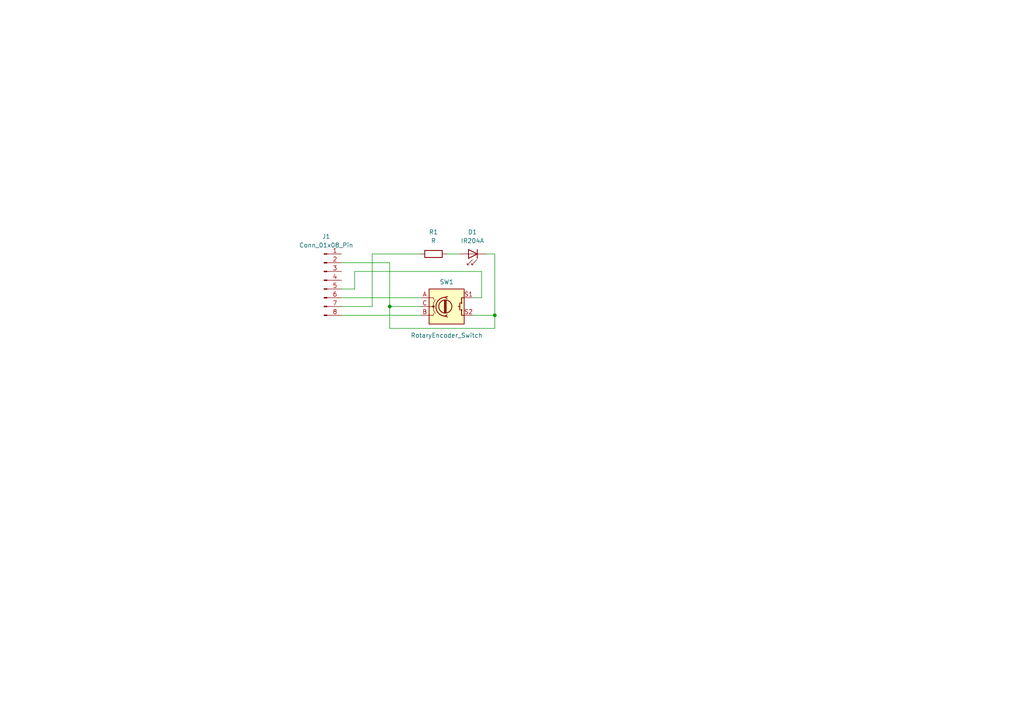
<source format=kicad_sch>
(kicad_sch
	(version 20250114)
	(generator "eeschema")
	(generator_version "9.0")
	(uuid "e4a823b0-651d-499b-8114-7e54a79a5340")
	(paper "A4")
	(lib_symbols
		(symbol "Connector:Conn_01x08_Pin"
			(pin_names
				(offset 1.016)
				(hide yes)
			)
			(exclude_from_sim no)
			(in_bom yes)
			(on_board yes)
			(property "Reference" "J"
				(at 0 10.16 0)
				(effects
					(font
						(size 1.27 1.27)
					)
				)
			)
			(property "Value" "Conn_01x08_Pin"
				(at 0 -12.7 0)
				(effects
					(font
						(size 1.27 1.27)
					)
				)
			)
			(property "Footprint" ""
				(at 0 0 0)
				(effects
					(font
						(size 1.27 1.27)
					)
					(hide yes)
				)
			)
			(property "Datasheet" "~"
				(at 0 0 0)
				(effects
					(font
						(size 1.27 1.27)
					)
					(hide yes)
				)
			)
			(property "Description" "Generic connector, single row, 01x08, script generated"
				(at 0 0 0)
				(effects
					(font
						(size 1.27 1.27)
					)
					(hide yes)
				)
			)
			(property "ki_locked" ""
				(at 0 0 0)
				(effects
					(font
						(size 1.27 1.27)
					)
				)
			)
			(property "ki_keywords" "connector"
				(at 0 0 0)
				(effects
					(font
						(size 1.27 1.27)
					)
					(hide yes)
				)
			)
			(property "ki_fp_filters" "Connector*:*_1x??_*"
				(at 0 0 0)
				(effects
					(font
						(size 1.27 1.27)
					)
					(hide yes)
				)
			)
			(symbol "Conn_01x08_Pin_1_1"
				(rectangle
					(start 0.8636 7.747)
					(end 0 7.493)
					(stroke
						(width 0.1524)
						(type default)
					)
					(fill
						(type outline)
					)
				)
				(rectangle
					(start 0.8636 5.207)
					(end 0 4.953)
					(stroke
						(width 0.1524)
						(type default)
					)
					(fill
						(type outline)
					)
				)
				(rectangle
					(start 0.8636 2.667)
					(end 0 2.413)
					(stroke
						(width 0.1524)
						(type default)
					)
					(fill
						(type outline)
					)
				)
				(rectangle
					(start 0.8636 0.127)
					(end 0 -0.127)
					(stroke
						(width 0.1524)
						(type default)
					)
					(fill
						(type outline)
					)
				)
				(rectangle
					(start 0.8636 -2.413)
					(end 0 -2.667)
					(stroke
						(width 0.1524)
						(type default)
					)
					(fill
						(type outline)
					)
				)
				(rectangle
					(start 0.8636 -4.953)
					(end 0 -5.207)
					(stroke
						(width 0.1524)
						(type default)
					)
					(fill
						(type outline)
					)
				)
				(rectangle
					(start 0.8636 -7.493)
					(end 0 -7.747)
					(stroke
						(width 0.1524)
						(type default)
					)
					(fill
						(type outline)
					)
				)
				(rectangle
					(start 0.8636 -10.033)
					(end 0 -10.287)
					(stroke
						(width 0.1524)
						(type default)
					)
					(fill
						(type outline)
					)
				)
				(polyline
					(pts
						(xy 1.27 7.62) (xy 0.8636 7.62)
					)
					(stroke
						(width 0.1524)
						(type default)
					)
					(fill
						(type none)
					)
				)
				(polyline
					(pts
						(xy 1.27 5.08) (xy 0.8636 5.08)
					)
					(stroke
						(width 0.1524)
						(type default)
					)
					(fill
						(type none)
					)
				)
				(polyline
					(pts
						(xy 1.27 2.54) (xy 0.8636 2.54)
					)
					(stroke
						(width 0.1524)
						(type default)
					)
					(fill
						(type none)
					)
				)
				(polyline
					(pts
						(xy 1.27 0) (xy 0.8636 0)
					)
					(stroke
						(width 0.1524)
						(type default)
					)
					(fill
						(type none)
					)
				)
				(polyline
					(pts
						(xy 1.27 -2.54) (xy 0.8636 -2.54)
					)
					(stroke
						(width 0.1524)
						(type default)
					)
					(fill
						(type none)
					)
				)
				(polyline
					(pts
						(xy 1.27 -5.08) (xy 0.8636 -5.08)
					)
					(stroke
						(width 0.1524)
						(type default)
					)
					(fill
						(type none)
					)
				)
				(polyline
					(pts
						(xy 1.27 -7.62) (xy 0.8636 -7.62)
					)
					(stroke
						(width 0.1524)
						(type default)
					)
					(fill
						(type none)
					)
				)
				(polyline
					(pts
						(xy 1.27 -10.16) (xy 0.8636 -10.16)
					)
					(stroke
						(width 0.1524)
						(type default)
					)
					(fill
						(type none)
					)
				)
				(pin passive line
					(at 5.08 7.62 180)
					(length 3.81)
					(name "Pin_1"
						(effects
							(font
								(size 1.27 1.27)
							)
						)
					)
					(number "1"
						(effects
							(font
								(size 1.27 1.27)
							)
						)
					)
				)
				(pin passive line
					(at 5.08 5.08 180)
					(length 3.81)
					(name "Pin_2"
						(effects
							(font
								(size 1.27 1.27)
							)
						)
					)
					(number "2"
						(effects
							(font
								(size 1.27 1.27)
							)
						)
					)
				)
				(pin passive line
					(at 5.08 2.54 180)
					(length 3.81)
					(name "Pin_3"
						(effects
							(font
								(size 1.27 1.27)
							)
						)
					)
					(number "3"
						(effects
							(font
								(size 1.27 1.27)
							)
						)
					)
				)
				(pin passive line
					(at 5.08 0 180)
					(length 3.81)
					(name "Pin_4"
						(effects
							(font
								(size 1.27 1.27)
							)
						)
					)
					(number "4"
						(effects
							(font
								(size 1.27 1.27)
							)
						)
					)
				)
				(pin passive line
					(at 5.08 -2.54 180)
					(length 3.81)
					(name "Pin_5"
						(effects
							(font
								(size 1.27 1.27)
							)
						)
					)
					(number "5"
						(effects
							(font
								(size 1.27 1.27)
							)
						)
					)
				)
				(pin passive line
					(at 5.08 -5.08 180)
					(length 3.81)
					(name "Pin_6"
						(effects
							(font
								(size 1.27 1.27)
							)
						)
					)
					(number "6"
						(effects
							(font
								(size 1.27 1.27)
							)
						)
					)
				)
				(pin passive line
					(at 5.08 -7.62 180)
					(length 3.81)
					(name "Pin_7"
						(effects
							(font
								(size 1.27 1.27)
							)
						)
					)
					(number "7"
						(effects
							(font
								(size 1.27 1.27)
							)
						)
					)
				)
				(pin passive line
					(at 5.08 -10.16 180)
					(length 3.81)
					(name "Pin_8"
						(effects
							(font
								(size 1.27 1.27)
							)
						)
					)
					(number "8"
						(effects
							(font
								(size 1.27 1.27)
							)
						)
					)
				)
			)
			(embedded_fonts no)
		)
		(symbol "Device:R"
			(pin_numbers
				(hide yes)
			)
			(pin_names
				(offset 0)
			)
			(exclude_from_sim no)
			(in_bom yes)
			(on_board yes)
			(property "Reference" "R"
				(at 2.032 0 90)
				(effects
					(font
						(size 1.27 1.27)
					)
				)
			)
			(property "Value" "R"
				(at 0 0 90)
				(effects
					(font
						(size 1.27 1.27)
					)
				)
			)
			(property "Footprint" ""
				(at -1.778 0 90)
				(effects
					(font
						(size 1.27 1.27)
					)
					(hide yes)
				)
			)
			(property "Datasheet" "~"
				(at 0 0 0)
				(effects
					(font
						(size 1.27 1.27)
					)
					(hide yes)
				)
			)
			(property "Description" "Resistor"
				(at 0 0 0)
				(effects
					(font
						(size 1.27 1.27)
					)
					(hide yes)
				)
			)
			(property "ki_keywords" "R res resistor"
				(at 0 0 0)
				(effects
					(font
						(size 1.27 1.27)
					)
					(hide yes)
				)
			)
			(property "ki_fp_filters" "R_*"
				(at 0 0 0)
				(effects
					(font
						(size 1.27 1.27)
					)
					(hide yes)
				)
			)
			(symbol "R_0_1"
				(rectangle
					(start -1.016 -2.54)
					(end 1.016 2.54)
					(stroke
						(width 0.254)
						(type default)
					)
					(fill
						(type none)
					)
				)
			)
			(symbol "R_1_1"
				(pin passive line
					(at 0 3.81 270)
					(length 1.27)
					(name "~"
						(effects
							(font
								(size 1.27 1.27)
							)
						)
					)
					(number "1"
						(effects
							(font
								(size 1.27 1.27)
							)
						)
					)
				)
				(pin passive line
					(at 0 -3.81 90)
					(length 1.27)
					(name "~"
						(effects
							(font
								(size 1.27 1.27)
							)
						)
					)
					(number "2"
						(effects
							(font
								(size 1.27 1.27)
							)
						)
					)
				)
			)
			(embedded_fonts no)
		)
		(symbol "Device:RotaryEncoder_Switch"
			(pin_names
				(offset 0.254)
				(hide yes)
			)
			(exclude_from_sim no)
			(in_bom yes)
			(on_board yes)
			(property "Reference" "SW"
				(at 0 6.604 0)
				(effects
					(font
						(size 1.27 1.27)
					)
				)
			)
			(property "Value" "RotaryEncoder_Switch"
				(at 0 -6.604 0)
				(effects
					(font
						(size 1.27 1.27)
					)
				)
			)
			(property "Footprint" ""
				(at -3.81 4.064 0)
				(effects
					(font
						(size 1.27 1.27)
					)
					(hide yes)
				)
			)
			(property "Datasheet" "~"
				(at 0 6.604 0)
				(effects
					(font
						(size 1.27 1.27)
					)
					(hide yes)
				)
			)
			(property "Description" "Rotary encoder, dual channel, incremental quadrate outputs, with switch"
				(at 0 0 0)
				(effects
					(font
						(size 1.27 1.27)
					)
					(hide yes)
				)
			)
			(property "ki_keywords" "rotary switch encoder switch push button"
				(at 0 0 0)
				(effects
					(font
						(size 1.27 1.27)
					)
					(hide yes)
				)
			)
			(property "ki_fp_filters" "RotaryEncoder*Switch*"
				(at 0 0 0)
				(effects
					(font
						(size 1.27 1.27)
					)
					(hide yes)
				)
			)
			(symbol "RotaryEncoder_Switch_0_1"
				(rectangle
					(start -5.08 5.08)
					(end 5.08 -5.08)
					(stroke
						(width 0.254)
						(type default)
					)
					(fill
						(type background)
					)
				)
				(polyline
					(pts
						(xy -5.08 2.54) (xy -3.81 2.54) (xy -3.81 2.032)
					)
					(stroke
						(width 0)
						(type default)
					)
					(fill
						(type none)
					)
				)
				(polyline
					(pts
						(xy -5.08 0) (xy -3.81 0) (xy -3.81 -1.016) (xy -3.302 -2.032)
					)
					(stroke
						(width 0)
						(type default)
					)
					(fill
						(type none)
					)
				)
				(polyline
					(pts
						(xy -5.08 -2.54) (xy -3.81 -2.54) (xy -3.81 -2.032)
					)
					(stroke
						(width 0)
						(type default)
					)
					(fill
						(type none)
					)
				)
				(polyline
					(pts
						(xy -4.318 0) (xy -3.81 0) (xy -3.81 1.016) (xy -3.302 2.032)
					)
					(stroke
						(width 0)
						(type default)
					)
					(fill
						(type none)
					)
				)
				(circle
					(center -3.81 0)
					(radius 0.254)
					(stroke
						(width 0)
						(type default)
					)
					(fill
						(type outline)
					)
				)
				(polyline
					(pts
						(xy -0.635 -1.778) (xy -0.635 1.778)
					)
					(stroke
						(width 0.254)
						(type default)
					)
					(fill
						(type none)
					)
				)
				(circle
					(center -0.381 0)
					(radius 1.905)
					(stroke
						(width 0.254)
						(type default)
					)
					(fill
						(type none)
					)
				)
				(polyline
					(pts
						(xy -0.381 -1.778) (xy -0.381 1.778)
					)
					(stroke
						(width 0.254)
						(type default)
					)
					(fill
						(type none)
					)
				)
				(arc
					(start -0.381 -2.794)
					(mid -3.0988 -0.0635)
					(end -0.381 2.667)
					(stroke
						(width 0.254)
						(type default)
					)
					(fill
						(type none)
					)
				)
				(polyline
					(pts
						(xy -0.127 1.778) (xy -0.127 -1.778)
					)
					(stroke
						(width 0.254)
						(type default)
					)
					(fill
						(type none)
					)
				)
				(polyline
					(pts
						(xy 0.254 2.921) (xy -0.508 2.667) (xy 0.127 2.286)
					)
					(stroke
						(width 0.254)
						(type default)
					)
					(fill
						(type none)
					)
				)
				(polyline
					(pts
						(xy 0.254 -3.048) (xy -0.508 -2.794) (xy 0.127 -2.413)
					)
					(stroke
						(width 0.254)
						(type default)
					)
					(fill
						(type none)
					)
				)
				(polyline
					(pts
						(xy 3.81 1.016) (xy 3.81 -1.016)
					)
					(stroke
						(width 0.254)
						(type default)
					)
					(fill
						(type none)
					)
				)
				(polyline
					(pts
						(xy 3.81 0) (xy 3.429 0)
					)
					(stroke
						(width 0.254)
						(type default)
					)
					(fill
						(type none)
					)
				)
				(circle
					(center 4.318 1.016)
					(radius 0.127)
					(stroke
						(width 0.254)
						(type default)
					)
					(fill
						(type none)
					)
				)
				(circle
					(center 4.318 -1.016)
					(radius 0.127)
					(stroke
						(width 0.254)
						(type default)
					)
					(fill
						(type none)
					)
				)
				(polyline
					(pts
						(xy 5.08 2.54) (xy 4.318 2.54) (xy 4.318 1.016)
					)
					(stroke
						(width 0.254)
						(type default)
					)
					(fill
						(type none)
					)
				)
				(polyline
					(pts
						(xy 5.08 -2.54) (xy 4.318 -2.54) (xy 4.318 -1.016)
					)
					(stroke
						(width 0.254)
						(type default)
					)
					(fill
						(type none)
					)
				)
			)
			(symbol "RotaryEncoder_Switch_1_1"
				(pin passive line
					(at -7.62 2.54 0)
					(length 2.54)
					(name "A"
						(effects
							(font
								(size 1.27 1.27)
							)
						)
					)
					(number "A"
						(effects
							(font
								(size 1.27 1.27)
							)
						)
					)
				)
				(pin passive line
					(at -7.62 0 0)
					(length 2.54)
					(name "C"
						(effects
							(font
								(size 1.27 1.27)
							)
						)
					)
					(number "C"
						(effects
							(font
								(size 1.27 1.27)
							)
						)
					)
				)
				(pin passive line
					(at -7.62 -2.54 0)
					(length 2.54)
					(name "B"
						(effects
							(font
								(size 1.27 1.27)
							)
						)
					)
					(number "B"
						(effects
							(font
								(size 1.27 1.27)
							)
						)
					)
				)
				(pin passive line
					(at 7.62 2.54 180)
					(length 2.54)
					(name "S1"
						(effects
							(font
								(size 1.27 1.27)
							)
						)
					)
					(number "S1"
						(effects
							(font
								(size 1.27 1.27)
							)
						)
					)
				)
				(pin passive line
					(at 7.62 -2.54 180)
					(length 2.54)
					(name "S2"
						(effects
							(font
								(size 1.27 1.27)
							)
						)
					)
					(number "S2"
						(effects
							(font
								(size 1.27 1.27)
							)
						)
					)
				)
			)
			(embedded_fonts no)
		)
		(symbol "LED:IR204A"
			(pin_numbers
				(hide yes)
			)
			(pin_names
				(offset 1.016)
				(hide yes)
			)
			(exclude_from_sim no)
			(in_bom yes)
			(on_board yes)
			(property "Reference" "D"
				(at 0.508 1.778 0)
				(effects
					(font
						(size 1.27 1.27)
					)
					(justify left)
				)
			)
			(property "Value" "IR204A"
				(at -1.016 -2.794 0)
				(effects
					(font
						(size 1.27 1.27)
					)
				)
			)
			(property "Footprint" "LED_THT:LED_D3.0mm_IRBlack"
				(at 0 4.445 0)
				(effects
					(font
						(size 1.27 1.27)
					)
					(hide yes)
				)
			)
			(property "Datasheet" "http://www.everlight.com/file/ProductFile/IR204-A.pdf"
				(at -1.27 0 0)
				(effects
					(font
						(size 1.27 1.27)
					)
					(hide yes)
				)
			)
			(property "Description" "Infrared LED , 3mm LED package"
				(at 0 0 0)
				(effects
					(font
						(size 1.27 1.27)
					)
					(hide yes)
				)
			)
			(property "ki_keywords" "opto IR LED"
				(at 0 0 0)
				(effects
					(font
						(size 1.27 1.27)
					)
					(hide yes)
				)
			)
			(property "ki_fp_filters" "LED*3.0mm*IRBlack*"
				(at 0 0 0)
				(effects
					(font
						(size 1.27 1.27)
					)
					(hide yes)
				)
			)
			(symbol "IR204A_0_1"
				(polyline
					(pts
						(xy -2.54 1.27) (xy -2.54 -1.27)
					)
					(stroke
						(width 0.254)
						(type default)
					)
					(fill
						(type none)
					)
				)
				(polyline
					(pts
						(xy -2.413 1.651) (xy -0.889 3.175) (xy -0.889 2.667) (xy -0.889 3.175) (xy -1.397 3.175)
					)
					(stroke
						(width 0)
						(type default)
					)
					(fill
						(type none)
					)
				)
				(polyline
					(pts
						(xy -1.143 1.651) (xy 0.381 3.175) (xy 0.381 2.667)
					)
					(stroke
						(width 0)
						(type default)
					)
					(fill
						(type none)
					)
				)
				(polyline
					(pts
						(xy 0 1.27) (xy -2.54 0) (xy 0 -1.27) (xy 0 1.27)
					)
					(stroke
						(width 0.254)
						(type default)
					)
					(fill
						(type none)
					)
				)
				(polyline
					(pts
						(xy 0 0) (xy -2.54 0)
					)
					(stroke
						(width 0)
						(type default)
					)
					(fill
						(type none)
					)
				)
				(polyline
					(pts
						(xy 0.381 3.175) (xy -0.127 3.175)
					)
					(stroke
						(width 0)
						(type default)
					)
					(fill
						(type none)
					)
				)
			)
			(symbol "IR204A_1_1"
				(pin passive line
					(at -5.08 0 0)
					(length 2.54)
					(name "K"
						(effects
							(font
								(size 1.27 1.27)
							)
						)
					)
					(number "1"
						(effects
							(font
								(size 1.27 1.27)
							)
						)
					)
				)
				(pin passive line
					(at 2.54 0 180)
					(length 2.54)
					(name "A"
						(effects
							(font
								(size 1.27 1.27)
							)
						)
					)
					(number "2"
						(effects
							(font
								(size 1.27 1.27)
							)
						)
					)
				)
			)
			(embedded_fonts no)
		)
	)
	(junction
		(at 113.03 88.9)
		(diameter 0)
		(color 0 0 0 0)
		(uuid "147bd269-24d3-4438-9341-48c7d45ae962")
	)
	(junction
		(at 143.51 91.44)
		(diameter 0)
		(color 0 0 0 0)
		(uuid "84b8424c-5b93-4089-9114-bccf8363d4f7")
	)
	(wire
		(pts
			(xy 137.16 91.44) (xy 143.51 91.44)
		)
		(stroke
			(width 0)
			(type default)
		)
		(uuid "00c248a8-9d5e-4687-82fd-88290b1bbd10")
	)
	(wire
		(pts
			(xy 140.97 73.66) (xy 143.51 73.66)
		)
		(stroke
			(width 0)
			(type default)
		)
		(uuid "19926e7d-6456-4bb2-afa4-ab62c18cb3b2")
	)
	(wire
		(pts
			(xy 113.03 88.9) (xy 121.92 88.9)
		)
		(stroke
			(width 0)
			(type default)
		)
		(uuid "1ba6915e-a6f9-4853-8992-f56fbd535270")
	)
	(wire
		(pts
			(xy 113.03 95.25) (xy 113.03 88.9)
		)
		(stroke
			(width 0)
			(type default)
		)
		(uuid "284242df-0de0-43a7-a559-64156cd513eb")
	)
	(wire
		(pts
			(xy 143.51 95.25) (xy 113.03 95.25)
		)
		(stroke
			(width 0)
			(type default)
		)
		(uuid "32ac4a2d-fe9f-4242-96ae-ec2f22f7520d")
	)
	(wire
		(pts
			(xy 139.7 78.74) (xy 139.7 86.36)
		)
		(stroke
			(width 0)
			(type default)
		)
		(uuid "33022d5e-18b4-444d-83b0-db941f4f9a44")
	)
	(wire
		(pts
			(xy 102.87 78.74) (xy 139.7 78.74)
		)
		(stroke
			(width 0)
			(type default)
		)
		(uuid "3eedfc69-82b6-4529-b3cd-884e8e88a9b7")
	)
	(wire
		(pts
			(xy 99.06 88.9) (xy 107.95 88.9)
		)
		(stroke
			(width 0)
			(type default)
		)
		(uuid "3f558718-4acd-4ae0-8208-5316cef3d16a")
	)
	(wire
		(pts
			(xy 99.06 76.2) (xy 113.03 76.2)
		)
		(stroke
			(width 0)
			(type default)
		)
		(uuid "44c04581-186a-4a1e-8c26-82232044ce42")
	)
	(wire
		(pts
			(xy 143.51 73.66) (xy 143.51 91.44)
		)
		(stroke
			(width 0)
			(type default)
		)
		(uuid "57c470f2-ee94-4c22-98b0-b392ec3d21c1")
	)
	(wire
		(pts
			(xy 107.95 73.66) (xy 121.92 73.66)
		)
		(stroke
			(width 0)
			(type default)
		)
		(uuid "5ad6ce5b-271e-47fb-b294-7051a431f228")
	)
	(wire
		(pts
			(xy 113.03 76.2) (xy 113.03 88.9)
		)
		(stroke
			(width 0)
			(type default)
		)
		(uuid "5f232cc2-ab21-4315-9431-0ad56fa54118")
	)
	(wire
		(pts
			(xy 99.06 86.36) (xy 121.92 86.36)
		)
		(stroke
			(width 0)
			(type default)
		)
		(uuid "5f7da895-5c98-44af-88b8-e587da901c34")
	)
	(wire
		(pts
			(xy 129.54 73.66) (xy 133.35 73.66)
		)
		(stroke
			(width 0)
			(type default)
		)
		(uuid "74ec33bb-9e13-48bb-b588-e941d5d76fe7")
	)
	(wire
		(pts
			(xy 139.7 86.36) (xy 137.16 86.36)
		)
		(stroke
			(width 0)
			(type default)
		)
		(uuid "872aca56-0989-45e0-8b66-b3d294ada238")
	)
	(wire
		(pts
			(xy 102.87 78.74) (xy 102.87 83.82)
		)
		(stroke
			(width 0)
			(type default)
		)
		(uuid "96ccebdf-0f46-4117-be56-3d992bb59bfe")
	)
	(wire
		(pts
			(xy 143.51 91.44) (xy 143.51 95.25)
		)
		(stroke
			(width 0)
			(type default)
		)
		(uuid "9f924f0b-f9aa-4d81-8119-c934a68644e7")
	)
	(wire
		(pts
			(xy 99.06 83.82) (xy 102.87 83.82)
		)
		(stroke
			(width 0)
			(type default)
		)
		(uuid "bdf9d6a8-fcf5-4386-a67a-19e9a9db856e")
	)
	(wire
		(pts
			(xy 107.95 73.66) (xy 107.95 88.9)
		)
		(stroke
			(width 0)
			(type default)
		)
		(uuid "c4f9972f-88d5-4807-9106-d1355191931b")
	)
	(wire
		(pts
			(xy 99.06 91.44) (xy 121.92 91.44)
		)
		(stroke
			(width 0)
			(type default)
		)
		(uuid "e99673d4-926d-4062-a643-6f8af5332e70")
	)
	(symbol
		(lib_id "LED:IR204A")
		(at 135.89 73.66 180)
		(unit 1)
		(exclude_from_sim no)
		(in_bom yes)
		(on_board yes)
		(dnp no)
		(fields_autoplaced yes)
		(uuid "2af61a1c-47e3-4f1a-8e03-623d589ee7c2")
		(property "Reference" "D1"
			(at 137.033 67.31 0)
			(effects
				(font
					(size 1.27 1.27)
				)
			)
		)
		(property "Value" "IR204A"
			(at 137.033 69.85 0)
			(effects
				(font
					(size 1.27 1.27)
				)
			)
		)
		(property "Footprint" "LED_THT:LED_D3.0mm_IRBlack"
			(at 135.89 78.105 0)
			(effects
				(font
					(size 1.27 1.27)
				)
				(hide yes)
			)
		)
		(property "Datasheet" "http://www.everlight.com/file/ProductFile/IR204-A.pdf"
			(at 137.16 73.66 0)
			(effects
				(font
					(size 1.27 1.27)
				)
				(hide yes)
			)
		)
		(property "Description" "Infrared LED , 3mm LED package"
			(at 135.89 73.66 0)
			(effects
				(font
					(size 1.27 1.27)
				)
				(hide yes)
			)
		)
		(pin "1"
			(uuid "984b7a04-6304-4e38-b809-c2090a338e20")
		)
		(pin "2"
			(uuid "24d179ce-379a-4b02-a8fa-16ae105e200f")
		)
		(instances
			(project ""
				(path "/e4a823b0-651d-499b-8114-7e54a79a5340"
					(reference "D1")
					(unit 1)
				)
			)
		)
	)
	(symbol
		(lib_id "Connector:Conn_01x08_Pin")
		(at 93.98 81.28 0)
		(unit 1)
		(exclude_from_sim no)
		(in_bom yes)
		(on_board yes)
		(dnp no)
		(fields_autoplaced yes)
		(uuid "2b079c66-13e3-44ce-aa8f-4d0d73c17ae7")
		(property "Reference" "J1"
			(at 94.615 68.58 0)
			(effects
				(font
					(size 1.27 1.27)
				)
			)
		)
		(property "Value" "Conn_01x08_Pin"
			(at 94.615 71.12 0)
			(effects
				(font
					(size 1.27 1.27)
				)
			)
		)
		(property "Footprint" "Connector_JST:JST_PH_B8B-PH-K_1x08_P2.00mm_Vertical"
			(at 93.98 81.28 0)
			(effects
				(font
					(size 1.27 1.27)
				)
				(hide yes)
			)
		)
		(property "Datasheet" "~"
			(at 93.98 81.28 0)
			(effects
				(font
					(size 1.27 1.27)
				)
				(hide yes)
			)
		)
		(property "Description" "Generic connector, single row, 01x08, script generated"
			(at 93.98 81.28 0)
			(effects
				(font
					(size 1.27 1.27)
				)
				(hide yes)
			)
		)
		(pin "8"
			(uuid "1ecabb4e-0362-49f0-9bcf-582a77382f87")
		)
		(pin "6"
			(uuid "27361da3-aa87-4682-a2a0-1f12d0465fe5")
		)
		(pin "7"
			(uuid "4a0ac65c-4de5-46ff-8928-3456269c76ba")
		)
		(pin "2"
			(uuid "00a2205e-9202-4089-8241-9ef89b554528")
		)
		(pin "5"
			(uuid "e32a950a-718c-46c6-8f7e-44f7bd410e71")
		)
		(pin "3"
			(uuid "d745d79e-3d9c-4f15-ac37-3054a7ad81ec")
		)
		(pin "1"
			(uuid "b58001f5-f5cd-48c7-ac7f-8621f163ff2b")
		)
		(pin "4"
			(uuid "e6b4b388-999e-46f2-977d-44b9c71e09e6")
		)
		(instances
			(project ""
				(path "/e4a823b0-651d-499b-8114-7e54a79a5340"
					(reference "J1")
					(unit 1)
				)
			)
		)
	)
	(symbol
		(lib_id "Device:R")
		(at 125.73 73.66 270)
		(unit 1)
		(exclude_from_sim no)
		(in_bom yes)
		(on_board yes)
		(dnp no)
		(fields_autoplaced yes)
		(uuid "994f2ccc-2dc2-46d2-a6c4-d92c13faa6d3")
		(property "Reference" "R1"
			(at 125.73 67.31 90)
			(effects
				(font
					(size 1.27 1.27)
				)
			)
		)
		(property "Value" "R"
			(at 125.73 69.85 90)
			(effects
				(font
					(size 1.27 1.27)
				)
			)
		)
		(property "Footprint" "Resistor_THT:R_Axial_DIN0207_L6.3mm_D2.5mm_P7.62mm_Horizontal"
			(at 125.73 71.882 90)
			(effects
				(font
					(size 1.27 1.27)
				)
				(hide yes)
			)
		)
		(property "Datasheet" "~"
			(at 125.73 73.66 0)
			(effects
				(font
					(size 1.27 1.27)
				)
				(hide yes)
			)
		)
		(property "Description" "Resistor"
			(at 125.73 73.66 0)
			(effects
				(font
					(size 1.27 1.27)
				)
				(hide yes)
			)
		)
		(pin "1"
			(uuid "6ea84c50-4b57-41f0-9b50-33b3485c3b7c")
		)
		(pin "2"
			(uuid "3e415016-c4cc-4e19-aab7-4f992040e5d9")
		)
		(instances
			(project ""
				(path "/e4a823b0-651d-499b-8114-7e54a79a5340"
					(reference "R1")
					(unit 1)
				)
			)
		)
	)
	(symbol
		(lib_id "Device:RotaryEncoder_Switch")
		(at 129.54 88.9 0)
		(unit 1)
		(exclude_from_sim no)
		(in_bom yes)
		(on_board yes)
		(dnp no)
		(uuid "e5b70001-58a2-46fb-91df-fc51e691fe17")
		(property "Reference" "SW1"
			(at 129.54 81.788 0)
			(effects
				(font
					(size 1.27 1.27)
				)
			)
		)
		(property "Value" "RotaryEncoder_Switch"
			(at 129.54 97.282 0)
			(effects
				(font
					(size 1.27 1.27)
				)
			)
		)
		(property "Footprint" "Rotary_Encoder:RotaryEncoder_Alps_EC11E-Switch_Vertical_H20mm_CircularMountingHoles"
			(at 125.73 84.836 0)
			(effects
				(font
					(size 1.27 1.27)
				)
				(hide yes)
			)
		)
		(property "Datasheet" "~"
			(at 129.54 82.296 0)
			(effects
				(font
					(size 1.27 1.27)
				)
				(hide yes)
			)
		)
		(property "Description" "Rotary encoder, dual channel, incremental quadrate outputs, with switch"
			(at 129.54 88.9 0)
			(effects
				(font
					(size 1.27 1.27)
				)
				(hide yes)
			)
		)
		(pin "B"
			(uuid "2550e358-9445-402f-b236-a01ce4c19ba0")
		)
		(pin "A"
			(uuid "3f349378-260c-494b-b67f-faa2b006b2d3")
		)
		(pin "C"
			(uuid "c586a730-8302-426f-b758-45855b0272e2")
		)
		(pin "S2"
			(uuid "e050ac89-0211-4110-91bf-b8c3d01bba77")
		)
		(pin "S1"
			(uuid "41c2be65-9c03-4dbe-b815-ee14ecb36186")
		)
		(instances
			(project ""
				(path "/e4a823b0-651d-499b-8114-7e54a79a5340"
					(reference "SW1")
					(unit 1)
				)
			)
		)
	)
	(sheet_instances
		(path "/"
			(page "1")
		)
	)
	(embedded_fonts no)
)

</source>
